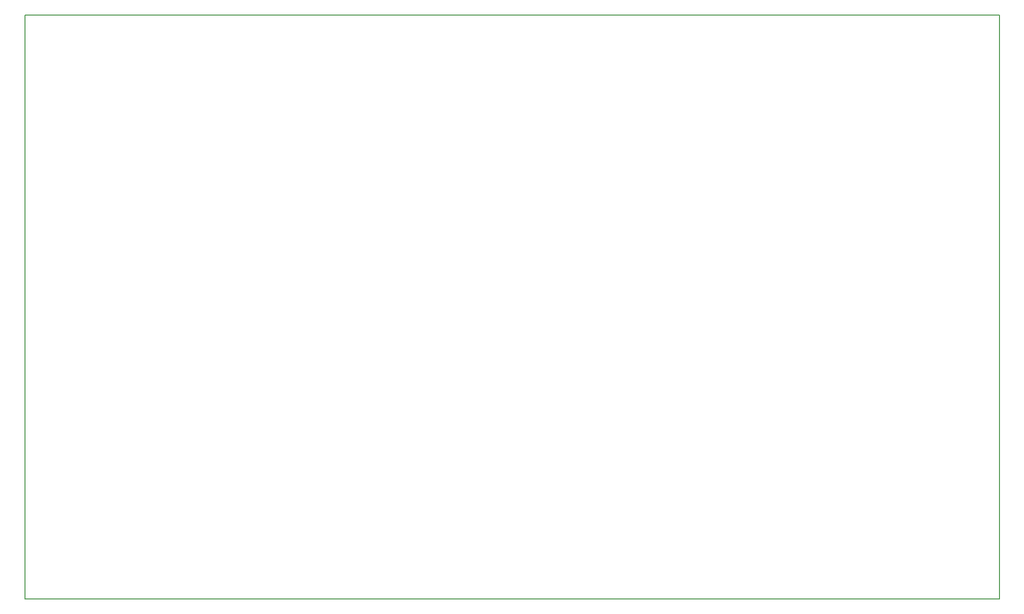
<source format=gbr>
G04 #@! TF.GenerationSoftware,KiCad,Pcbnew,(5.1.6)-1*
G04 #@! TF.CreationDate,2020-07-10T11:15:32+02:00*
G04 #@! TF.ProjectId,MukkeBox,4d756b6b-6542-46f7-982e-6b696361645f,rev?*
G04 #@! TF.SameCoordinates,Original*
G04 #@! TF.FileFunction,Profile,NP*
%FSLAX46Y46*%
G04 Gerber Fmt 4.6, Leading zero omitted, Abs format (unit mm)*
G04 Created by KiCad (PCBNEW (5.1.6)-1) date 2020-07-10 11:15:32*
%MOMM*%
%LPD*%
G01*
G04 APERTURE LIST*
G04 #@! TA.AperFunction,Profile*
%ADD10C,0.150000*%
G04 #@! TD*
G04 APERTURE END LIST*
D10*
X70466000Y-37084000D02*
X70466000Y-142084000D01*
X70466000Y-142084000D02*
X245466000Y-142084000D01*
X245466000Y-37084000D02*
X245466000Y-142084000D01*
X70466000Y-37084000D02*
X245466000Y-37084000D01*
M02*

</source>
